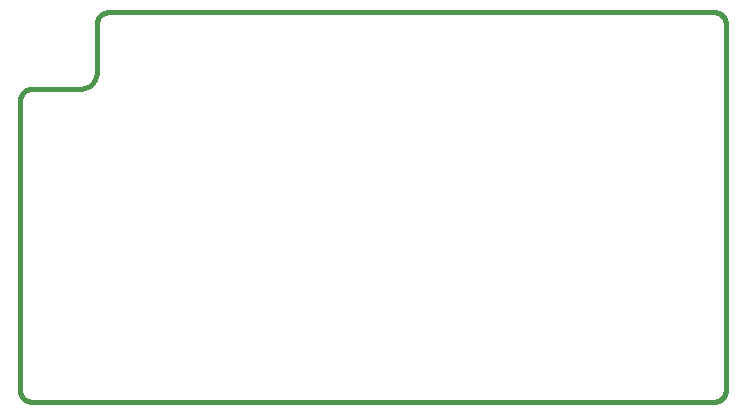
<source format=gbr>
G04 (created by PCBNEW-RS274X (2012-01-19 BZR 3256)-stable) date 12/5/2012 4:20:54 PM*
G01*
G70*
G90*
%MOIN*%
G04 Gerber Fmt 3.4, Leading zero omitted, Abs format*
%FSLAX34Y34*%
G04 APERTURE LIST*
%ADD10C,0.006000*%
%ADD11C,0.015000*%
G04 APERTURE END LIST*
G54D10*
G54D11*
X45276Y-33465D02*
X65453Y-33465D01*
X42717Y-36024D02*
X44390Y-36024D01*
X44882Y-33858D02*
X44882Y-35531D01*
X44194Y-36023D02*
X44246Y-36030D01*
X44297Y-36031D01*
X44349Y-36029D01*
X44401Y-36021D01*
X44452Y-36009D01*
X44501Y-35993D01*
X44549Y-35973D01*
X44595Y-35948D01*
X44639Y-35920D01*
X44680Y-35887D01*
X44718Y-35852D01*
X44753Y-35813D01*
X44785Y-35771D01*
X44812Y-35727D01*
X44836Y-35680D01*
X44855Y-35631D01*
X44871Y-35581D01*
X44881Y-35530D01*
X42717Y-36023D02*
X42683Y-36025D01*
X42649Y-36029D01*
X42616Y-36037D01*
X42583Y-36047D01*
X42551Y-36060D01*
X42521Y-36076D01*
X42492Y-36095D01*
X42464Y-36116D01*
X42439Y-36139D01*
X42416Y-36164D01*
X42395Y-36192D01*
X42376Y-36221D01*
X42360Y-36251D01*
X42347Y-36283D01*
X42337Y-36316D01*
X42329Y-36349D01*
X42325Y-36383D01*
X42323Y-36417D01*
X42323Y-46063D02*
X42323Y-36417D01*
X42717Y-46457D02*
X65453Y-46457D01*
X42322Y-46063D02*
X42324Y-46097D01*
X42328Y-46131D01*
X42336Y-46164D01*
X42346Y-46197D01*
X42359Y-46229D01*
X42375Y-46259D01*
X42394Y-46288D01*
X42415Y-46316D01*
X42438Y-46341D01*
X42463Y-46364D01*
X42491Y-46385D01*
X42520Y-46404D01*
X42550Y-46420D01*
X42582Y-46433D01*
X42615Y-46443D01*
X42648Y-46451D01*
X42682Y-46455D01*
X42716Y-46457D01*
X65846Y-46063D02*
X65846Y-33858D01*
X65453Y-46456D02*
X65487Y-46454D01*
X65521Y-46450D01*
X65554Y-46442D01*
X65587Y-46432D01*
X65619Y-46419D01*
X65649Y-46403D01*
X65678Y-46384D01*
X65705Y-46364D01*
X65730Y-46340D01*
X65754Y-46315D01*
X65774Y-46288D01*
X65793Y-46259D01*
X65809Y-46229D01*
X65822Y-46197D01*
X65832Y-46164D01*
X65840Y-46131D01*
X65844Y-46097D01*
X65846Y-46063D01*
X65846Y-33858D02*
X65844Y-33824D01*
X65840Y-33790D01*
X65832Y-33757D01*
X65822Y-33724D01*
X65809Y-33692D01*
X65793Y-33662D01*
X65774Y-33633D01*
X65754Y-33606D01*
X65730Y-33581D01*
X65705Y-33557D01*
X65678Y-33537D01*
X65649Y-33518D01*
X65619Y-33502D01*
X65587Y-33489D01*
X65554Y-33479D01*
X65521Y-33471D01*
X65487Y-33467D01*
X65453Y-33465D01*
X45276Y-33465D02*
X45242Y-33467D01*
X45208Y-33471D01*
X45175Y-33479D01*
X45142Y-33489D01*
X45110Y-33502D01*
X45080Y-33518D01*
X45051Y-33537D01*
X45023Y-33558D01*
X44998Y-33581D01*
X44975Y-33606D01*
X44954Y-33634D01*
X44935Y-33663D01*
X44919Y-33693D01*
X44906Y-33725D01*
X44896Y-33758D01*
X44888Y-33791D01*
X44884Y-33825D01*
X44882Y-33859D01*
M02*

</source>
